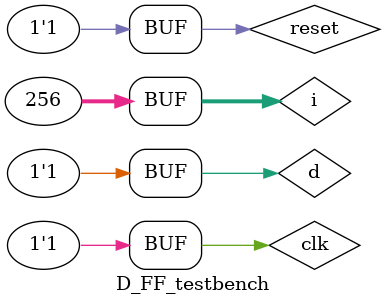
<source format=sv>
/* NAME					|	D_FF.sv
	-------------------------------------------------------------------------------------------------
	DESCRIPTION       |  D - Flip Flop logic
 ---------------------------------------------------------------------------------------------------
	PARAMETERS			|	TYPE					|	DESCRIPTION					
 ---------------------------------------------------------------------------------------------------
	q			         |	OUTPUT 				|	next state
	d						|	INPUT	 				|	present state
	reset					|	INPUT  				| 	set back to 0
	clk					|	INPUT  				| 	the clock cycle
	#################################################################################################
	AUTHOR            | Minhhue H Khuu
	ASSIGNMENT			| Lab 1: Register File
	CLASS					| EE 471
	DATE					| 01/16/2015
	#################################################################################################
*/ 
module D_FF (q, d, reset, clk);

	// ports
	output reg q;
	input d, reset, clk;
	
	// logic
	always @(posedge clk)
		if (reset)
			q <= 0; // On reset, set to 0
		else
			q <= d; // Otherwise out = d
			
endmodule 

// test
module D_FF_testbench();  
	reg d;
	reg reset;
	reg clk;
	wire q;   
   
	D_FF dut (.q, .d, .reset, .clk);   
	
	integer i;
	initial begin

		
		for(i=0; i<256; i++) begin
			{d, reset, clk} = i; #10;
		end
		
	end
  

endmodule 
</source>
